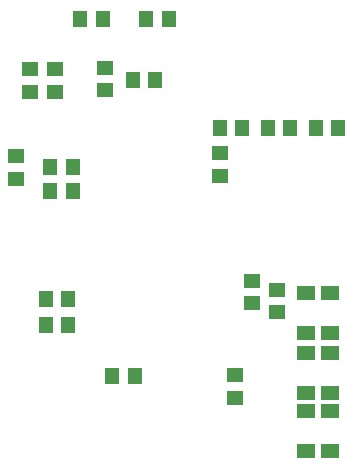
<source format=gbr>
G04 #@! TF.GenerationSoftware,KiCad,Pcbnew,(5.1.0)-1*
G04 #@! TF.CreationDate,2019-05-30T14:49:56+02:00*
G04 #@! TF.ProjectId,UWED,55574544-2e6b-4696-9361-645f70636258,rev?*
G04 #@! TF.SameCoordinates,Original*
G04 #@! TF.FileFunction,Paste,Bot*
G04 #@! TF.FilePolarity,Positive*
%FSLAX46Y46*%
G04 Gerber Fmt 4.6, Leading zero omitted, Abs format (unit mm)*
G04 Created by KiCad (PCBNEW (5.1.0)-1) date 2019-05-30 14:49:56*
%MOMM*%
%LPD*%
G04 APERTURE LIST*
%ADD10R,1.147500X1.347500*%
%ADD11R,1.347500X1.147500*%
%ADD12R,1.647500X1.247500*%
G04 APERTURE END LIST*
D10*
X148282600Y-90622200D03*
X146382600Y-90622200D03*
D11*
X155333600Y-112786200D03*
X155333600Y-114686200D03*
D10*
X137873600Y-114371200D03*
X139773600Y-114371200D03*
X137873600Y-116530200D03*
X139773600Y-116530200D03*
X140154600Y-103195200D03*
X138254600Y-103195200D03*
X140154600Y-105227200D03*
X138254600Y-105227200D03*
X142694600Y-90622200D03*
X140794600Y-90622200D03*
D11*
X138696600Y-94879200D03*
X138696600Y-96779200D03*
X142887600Y-94752200D03*
X142887600Y-96652200D03*
X136537600Y-94879200D03*
X136537600Y-96779200D03*
D10*
X145239600Y-95829200D03*
X147139600Y-95829200D03*
X143512400Y-120848200D03*
X145412400Y-120848200D03*
X152605600Y-99893200D03*
X154505600Y-99893200D03*
D12*
X161937600Y-127247200D03*
X161937600Y-123847200D03*
X161937600Y-122294200D03*
X161937600Y-118894200D03*
X159905600Y-123847200D03*
X159905600Y-127247200D03*
X161937600Y-117214200D03*
X161937600Y-113814200D03*
X159905600Y-118894200D03*
X159905600Y-122294200D03*
X159905600Y-113814200D03*
X159905600Y-117214200D03*
D11*
X135394600Y-102245200D03*
X135394600Y-104145200D03*
X152666600Y-103891200D03*
X152666600Y-101991200D03*
D10*
X158569600Y-99893200D03*
X156669600Y-99893200D03*
X162633600Y-99893200D03*
X160733600Y-99893200D03*
D11*
X157492600Y-113548200D03*
X157492600Y-115448200D03*
X153936600Y-122687200D03*
X153936600Y-120787200D03*
M02*

</source>
